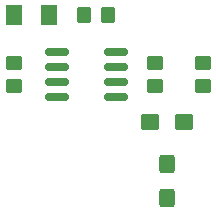
<source format=gbr>
G04 #@! TF.GenerationSoftware,KiCad,Pcbnew,(6.0.4)*
G04 #@! TF.CreationDate,2023-02-21T11:54:07-08:00*
G04 #@! TF.ProjectId,Lab4_Exercise2,4c616234-5f45-4786-9572-63697365322e,rev?*
G04 #@! TF.SameCoordinates,Original*
G04 #@! TF.FileFunction,Paste,Top*
G04 #@! TF.FilePolarity,Positive*
%FSLAX46Y46*%
G04 Gerber Fmt 4.6, Leading zero omitted, Abs format (unit mm)*
G04 Created by KiCad (PCBNEW (6.0.4)) date 2023-02-21 11:54:07*
%MOMM*%
%LPD*%
G01*
G04 APERTURE LIST*
G04 Aperture macros list*
%AMRoundRect*
0 Rectangle with rounded corners*
0 $1 Rounding radius*
0 $2 $3 $4 $5 $6 $7 $8 $9 X,Y pos of 4 corners*
0 Add a 4 corners polygon primitive as box body*
4,1,4,$2,$3,$4,$5,$6,$7,$8,$9,$2,$3,0*
0 Add four circle primitives for the rounded corners*
1,1,$1+$1,$2,$3*
1,1,$1+$1,$4,$5*
1,1,$1+$1,$6,$7*
1,1,$1+$1,$8,$9*
0 Add four rect primitives between the rounded corners*
20,1,$1+$1,$2,$3,$4,$5,0*
20,1,$1+$1,$4,$5,$6,$7,0*
20,1,$1+$1,$6,$7,$8,$9,0*
20,1,$1+$1,$8,$9,$2,$3,0*%
G04 Aperture macros list end*
%ADD10RoundRect,0.250001X0.462499X0.624999X-0.462499X0.624999X-0.462499X-0.624999X0.462499X-0.624999X0*%
%ADD11RoundRect,0.250000X-0.450000X0.350000X-0.450000X-0.350000X0.450000X-0.350000X0.450000X0.350000X0*%
%ADD12RoundRect,0.150000X-0.825000X-0.150000X0.825000X-0.150000X0.825000X0.150000X-0.825000X0.150000X0*%
%ADD13RoundRect,0.250000X-0.537500X-0.425000X0.537500X-0.425000X0.537500X0.425000X-0.537500X0.425000X0*%
%ADD14RoundRect,0.250000X0.450000X-0.350000X0.450000X0.350000X-0.450000X0.350000X-0.450000X-0.350000X0*%
%ADD15RoundRect,0.250000X-0.350000X-0.450000X0.350000X-0.450000X0.350000X0.450000X-0.350000X0.450000X0*%
%ADD16RoundRect,0.250000X-0.425000X0.537500X-0.425000X-0.537500X0.425000X-0.537500X0.425000X0.537500X0*%
G04 APERTURE END LIST*
D10*
G04 #@! TO.C,D1*
X149975000Y-90000000D03*
X147000000Y-90000000D03*
G04 #@! TD*
D11*
G04 #@! TO.C,R4*
X163000000Y-94000000D03*
X163000000Y-96000000D03*
G04 #@! TD*
D12*
G04 #@! TO.C,U1*
X150685000Y-93095000D03*
X150685000Y-94365000D03*
X150685000Y-95635000D03*
X150685000Y-96905000D03*
X155635000Y-96905000D03*
X155635000Y-95635000D03*
X155635000Y-94365000D03*
X155635000Y-93095000D03*
G04 #@! TD*
D13*
G04 #@! TO.C,C1*
X158562500Y-99000000D03*
X161437500Y-99000000D03*
G04 #@! TD*
D11*
G04 #@! TO.C,R2*
X147000000Y-94000000D03*
X147000000Y-96000000D03*
G04 #@! TD*
D14*
G04 #@! TO.C,R3*
X159000000Y-96000000D03*
X159000000Y-94000000D03*
G04 #@! TD*
D15*
G04 #@! TO.C,R1*
X153000000Y-90000000D03*
X155000000Y-90000000D03*
G04 #@! TD*
D16*
G04 #@! TO.C,C2*
X160000000Y-102562500D03*
X160000000Y-105437500D03*
G04 #@! TD*
M02*

</source>
